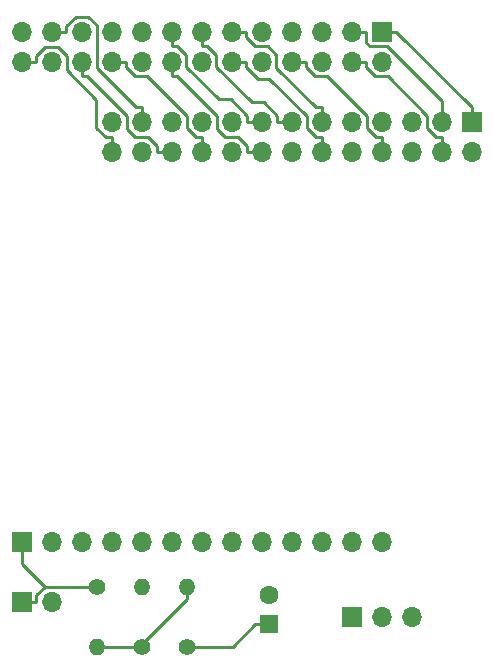
<source format=gbl>
G04 #@! TF.FileFunction,Copper,L2,Bot,Signal*
%FSLAX46Y46*%
G04 Gerber Fmt 4.6, Leading zero omitted, Abs format (unit mm)*
G04 Created by KiCad (PCBNEW 4.0.1-stable) date 2017/09/23 7:18:13*
%MOMM*%
G01*
G04 APERTURE LIST*
%ADD10C,0.100000*%
%ADD11R,1.600000X1.600000*%
%ADD12C,1.600000*%
%ADD13R,1.700000X1.700000*%
%ADD14O,1.700000X1.700000*%
%ADD15C,1.400000*%
%ADD16O,1.400000X1.400000*%
%ADD17C,0.250000*%
G04 APERTURE END LIST*
D10*
D11*
X139573000Y-128270000D03*
D12*
X139573000Y-125770000D03*
D13*
X118618000Y-121285000D03*
D14*
X121158000Y-121285000D03*
X123698000Y-121285000D03*
X126238000Y-121285000D03*
X128778000Y-121285000D03*
X131318000Y-121285000D03*
X133858000Y-121285000D03*
X136398000Y-121285000D03*
X138938000Y-121285000D03*
X141478000Y-121285000D03*
X144018000Y-121285000D03*
X146558000Y-121285000D03*
X149098000Y-121285000D03*
D13*
X156718000Y-85725000D03*
D14*
X156718000Y-88265000D03*
X154178000Y-85725000D03*
X154178000Y-88265000D03*
X151638000Y-85725000D03*
X151638000Y-88265000D03*
X149098000Y-85725000D03*
X149098000Y-88265000D03*
X146558000Y-85725000D03*
X146558000Y-88265000D03*
X144018000Y-85725000D03*
X144018000Y-88265000D03*
X141478000Y-85725000D03*
X141478000Y-88265000D03*
X138938000Y-85725000D03*
X138938000Y-88265000D03*
X136398000Y-85725000D03*
X136398000Y-88265000D03*
X133858000Y-85725000D03*
X133858000Y-88265000D03*
X131318000Y-85725000D03*
X131318000Y-88265000D03*
X128778000Y-85725000D03*
X128778000Y-88265000D03*
X126238000Y-85725000D03*
X126238000Y-88265000D03*
D13*
X146558000Y-127635000D03*
D14*
X149098000Y-127635000D03*
X151638000Y-127635000D03*
D13*
X149098000Y-78105000D03*
D14*
X149098000Y-80645000D03*
X146558000Y-78105000D03*
X146558000Y-80645000D03*
X144018000Y-78105000D03*
X144018000Y-80645000D03*
X141478000Y-78105000D03*
X141478000Y-80645000D03*
X138938000Y-78105000D03*
X138938000Y-80645000D03*
X136398000Y-78105000D03*
X136398000Y-80645000D03*
X133858000Y-78105000D03*
X133858000Y-80645000D03*
X131318000Y-78105000D03*
X131318000Y-80645000D03*
X128778000Y-78105000D03*
X128778000Y-80645000D03*
X126238000Y-78105000D03*
X126238000Y-80645000D03*
X123698000Y-78105000D03*
X123698000Y-80645000D03*
X121158000Y-78105000D03*
X121158000Y-80645000D03*
X118618000Y-78105000D03*
X118618000Y-80645000D03*
D15*
X124968000Y-125095000D03*
D16*
X124968000Y-130175000D03*
D15*
X128778000Y-130175000D03*
D16*
X128778000Y-125095000D03*
D15*
X132588000Y-130175000D03*
D16*
X132588000Y-125095000D03*
D13*
X118618000Y-126365000D03*
D14*
X121158000Y-126365000D03*
D17*
X136492700Y-130175000D02*
X138397700Y-128270000D01*
X132588000Y-130175000D02*
X136492700Y-130175000D01*
X139573000Y-128270000D02*
X138397700Y-128270000D01*
X150323300Y-78105000D02*
X156718000Y-84499700D01*
X156718000Y-85725000D02*
X156718000Y-84499700D01*
X149098000Y-78105000D02*
X150323300Y-78105000D01*
X154178000Y-83989700D02*
X154178000Y-85725000D01*
X149518600Y-79330300D02*
X154178000Y-83989700D01*
X148089600Y-79330300D02*
X149518600Y-79330300D01*
X147783300Y-79024000D02*
X148089600Y-79330300D01*
X147783300Y-78105000D02*
X147783300Y-79024000D01*
X146558000Y-78105000D02*
X147783300Y-78105000D01*
X153670200Y-87039700D02*
X154178000Y-87039700D01*
X152908000Y-86277500D02*
X153670200Y-87039700D01*
X152908000Y-85197200D02*
X152908000Y-86277500D01*
X149581100Y-81870300D02*
X152908000Y-85197200D01*
X148549000Y-81870300D02*
X149581100Y-81870300D01*
X147783300Y-81104600D02*
X148549000Y-81870300D01*
X147783300Y-80645000D02*
X147783300Y-81104600D01*
X146558000Y-80645000D02*
X147783300Y-80645000D01*
X154178000Y-88265000D02*
X154178000Y-87039700D01*
X148590200Y-87039700D02*
X149098000Y-87039700D01*
X147828000Y-86277500D02*
X148590200Y-87039700D01*
X147828000Y-85224900D02*
X147828000Y-86277500D01*
X144473400Y-81870300D02*
X147828000Y-85224900D01*
X143469000Y-81870300D02*
X144473400Y-81870300D01*
X142703300Y-81104600D02*
X143469000Y-81870300D01*
X142703300Y-80645000D02*
X142703300Y-81104600D01*
X141478000Y-80645000D02*
X142703300Y-80645000D01*
X149098000Y-88265000D02*
X149098000Y-87039700D01*
X143510200Y-84499700D02*
X144018000Y-84499700D01*
X140163300Y-81152800D02*
X143510200Y-84499700D01*
X140163300Y-80066900D02*
X140163300Y-81152800D01*
X139426700Y-79330300D02*
X140163300Y-80066900D01*
X138389000Y-79330300D02*
X139426700Y-79330300D01*
X137623300Y-78564600D02*
X138389000Y-79330300D01*
X137623300Y-78105000D02*
X137623300Y-78564600D01*
X136398000Y-78105000D02*
X137623300Y-78105000D01*
X144018000Y-85725000D02*
X144018000Y-84499700D01*
X136398000Y-80645000D02*
X137623300Y-80645000D01*
X144018000Y-88265000D02*
X144018000Y-87039700D01*
X143510200Y-87039700D02*
X144018000Y-87039700D01*
X142748000Y-86277500D02*
X143510200Y-87039700D01*
X142748000Y-85260300D02*
X142748000Y-86277500D01*
X139565300Y-82077600D02*
X142748000Y-85260300D01*
X138596300Y-82077600D02*
X139565300Y-82077600D01*
X137623300Y-81104600D02*
X138596300Y-82077600D01*
X137623300Y-80645000D02*
X137623300Y-81104600D01*
X140252700Y-85217200D02*
X140252700Y-85725000D01*
X139085600Y-84050100D02*
X140252700Y-85217200D01*
X138069000Y-84050100D02*
X139085600Y-84050100D01*
X135083300Y-81064400D02*
X138069000Y-84050100D01*
X135083300Y-80096000D02*
X135083300Y-81064400D01*
X134317600Y-79330300D02*
X135083300Y-80096000D01*
X133858000Y-79330300D02*
X134317600Y-79330300D01*
X133858000Y-78105000D02*
X133858000Y-79330300D01*
X141478000Y-85725000D02*
X140252700Y-85725000D01*
X137712700Y-85217200D02*
X137712700Y-85725000D01*
X136321000Y-83825500D02*
X137712700Y-85217200D01*
X135304400Y-83825500D02*
X136321000Y-83825500D01*
X132543300Y-81064400D02*
X135304400Y-83825500D01*
X132543300Y-80096000D02*
X132543300Y-81064400D01*
X131777600Y-79330300D02*
X132543300Y-80096000D01*
X131318000Y-79330300D02*
X131777600Y-79330300D01*
X131318000Y-78105000D02*
X131318000Y-79330300D01*
X138938000Y-85725000D02*
X137712700Y-85725000D01*
X137712700Y-87757200D02*
X137712700Y-88265000D01*
X136950500Y-86995000D02*
X137712700Y-87757200D01*
X135853100Y-86995000D02*
X136950500Y-86995000D01*
X135172600Y-86314500D02*
X135853100Y-86995000D01*
X135172600Y-85265400D02*
X135172600Y-86314500D01*
X131777500Y-81870300D02*
X135172600Y-85265400D01*
X131318000Y-81870300D02*
X131777500Y-81870300D01*
X131318000Y-80645000D02*
X131318000Y-81870300D01*
X138938000Y-88265000D02*
X137712700Y-88265000D01*
X133350200Y-87039700D02*
X133858000Y-87039700D01*
X132588000Y-86277500D02*
X133350200Y-87039700D01*
X132588000Y-85260300D02*
X132588000Y-86277500D01*
X129198000Y-81870300D02*
X132588000Y-85260300D01*
X128229000Y-81870300D02*
X129198000Y-81870300D01*
X127463300Y-81104600D02*
X128229000Y-81870300D01*
X127463300Y-80645000D02*
X127463300Y-81104600D01*
X126238000Y-80645000D02*
X127463300Y-80645000D01*
X133858000Y-88265000D02*
X133858000Y-87039700D01*
X130092700Y-87757200D02*
X130092700Y-88265000D01*
X129330500Y-86995000D02*
X130092700Y-87757200D01*
X128233100Y-86995000D02*
X129330500Y-86995000D01*
X127552600Y-86314500D02*
X128233100Y-86995000D01*
X127552600Y-85265400D02*
X127552600Y-86314500D01*
X124157500Y-81870300D02*
X127552600Y-85265400D01*
X123698000Y-81870300D02*
X124157500Y-81870300D01*
X123698000Y-80645000D02*
X123698000Y-81870300D01*
X131318000Y-88265000D02*
X130092700Y-88265000D01*
X128270200Y-84499700D02*
X128778000Y-84499700D01*
X124968000Y-81197500D02*
X128270200Y-84499700D01*
X124968000Y-77566000D02*
X124968000Y-81197500D01*
X124260400Y-76858400D02*
X124968000Y-77566000D01*
X123170400Y-76858400D02*
X124260400Y-76858400D01*
X122383300Y-77645500D02*
X123170400Y-76858400D01*
X122383300Y-78105000D02*
X122383300Y-77645500D01*
X121158000Y-78105000D02*
X122383300Y-78105000D01*
X128778000Y-85725000D02*
X128778000Y-84499700D01*
X125730200Y-87039700D02*
X126238000Y-87039700D01*
X124923400Y-86232900D02*
X125730200Y-87039700D01*
X124923400Y-83876000D02*
X124923400Y-86232900D01*
X122428000Y-81380600D02*
X124923400Y-83876000D01*
X122428000Y-80180100D02*
X122428000Y-81380600D01*
X121667500Y-79419600D02*
X122428000Y-80180100D01*
X120609200Y-79419600D02*
X121667500Y-79419600D01*
X119843300Y-80185500D02*
X120609200Y-79419600D01*
X119843300Y-80645000D02*
X119843300Y-80185500D01*
X118618000Y-80645000D02*
X119843300Y-80645000D01*
X126238000Y-88265000D02*
X126238000Y-87039700D01*
X132588000Y-125095000D02*
X132588000Y-126170300D01*
X128778000Y-129980300D02*
X128778000Y-130175000D01*
X132588000Y-126170300D02*
X128778000Y-129980300D01*
X124968000Y-130175000D02*
X126043300Y-130175000D01*
X128778000Y-130175000D02*
X126043300Y-130175000D01*
X118618000Y-126365000D02*
X119843300Y-126365000D01*
X118618000Y-123139700D02*
X118618000Y-121285000D01*
X120573300Y-125095000D02*
X118618000Y-123139700D01*
X124968000Y-125095000D02*
X120573300Y-125095000D01*
X119843300Y-125825000D02*
X119843300Y-126365000D01*
X120573300Y-125095000D02*
X119843300Y-125825000D01*
M02*

</source>
